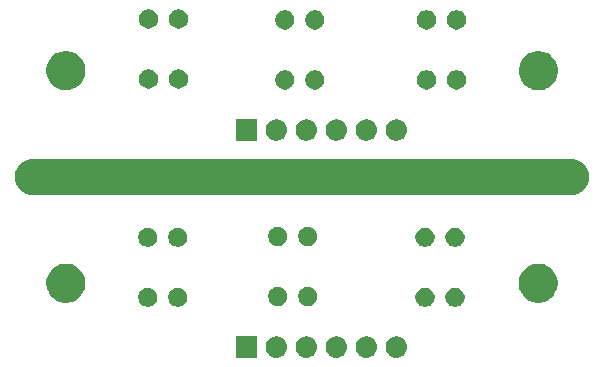
<source format=gbs>
G04 #@! TF.GenerationSoftware,KiCad,Pcbnew,(6.0.0-rc1-dev-1521-g81a0ab4d7)*
G04 #@! TF.CreationDate,2019-02-16T01:33:36+09:00
G04 #@! TF.ProjectId,Linesens_mini,4c696e65-7365-46e7-935f-6d696e692e6b,rev?*
G04 #@! TF.SameCoordinates,Original*
G04 #@! TF.FileFunction,Soldermask,Bot*
G04 #@! TF.FilePolarity,Negative*
%FSLAX46Y46*%
G04 Gerber Fmt 4.6, Leading zero omitted, Abs format (unit mm)*
G04 Created by KiCad (PCBNEW (6.0.0-rc1-dev-1521-g81a0ab4d7)) date 02/16/19 01:33:36*
%MOMM*%
%LPD*%
G04 APERTURE LIST*
%ADD10C,0.100000*%
G04 APERTURE END LIST*
D10*
G36*
X96085443Y-86505519D02*
G01*
X96151627Y-86512037D01*
X96264853Y-86546384D01*
X96321467Y-86563557D01*
X96460087Y-86637652D01*
X96477991Y-86647222D01*
X96513729Y-86676552D01*
X96615186Y-86759814D01*
X96698448Y-86861271D01*
X96727778Y-86897009D01*
X96727779Y-86897011D01*
X96811443Y-87053533D01*
X96811443Y-87053534D01*
X96862963Y-87223373D01*
X96880359Y-87400000D01*
X96862963Y-87576627D01*
X96828616Y-87689853D01*
X96811443Y-87746467D01*
X96737348Y-87885087D01*
X96727778Y-87902991D01*
X96698448Y-87938729D01*
X96615186Y-88040186D01*
X96513729Y-88123448D01*
X96477991Y-88152778D01*
X96477989Y-88152779D01*
X96321467Y-88236443D01*
X96264853Y-88253616D01*
X96151627Y-88287963D01*
X96085443Y-88294481D01*
X96019260Y-88301000D01*
X95930740Y-88301000D01*
X95864557Y-88294481D01*
X95798373Y-88287963D01*
X95685147Y-88253616D01*
X95628533Y-88236443D01*
X95472011Y-88152779D01*
X95472009Y-88152778D01*
X95436271Y-88123448D01*
X95334814Y-88040186D01*
X95251552Y-87938729D01*
X95222222Y-87902991D01*
X95212652Y-87885087D01*
X95138557Y-87746467D01*
X95121384Y-87689853D01*
X95087037Y-87576627D01*
X95069641Y-87400000D01*
X95087037Y-87223373D01*
X95138557Y-87053534D01*
X95138557Y-87053533D01*
X95222221Y-86897011D01*
X95222222Y-86897009D01*
X95251552Y-86861271D01*
X95334814Y-86759814D01*
X95436271Y-86676552D01*
X95472009Y-86647222D01*
X95489913Y-86637652D01*
X95628533Y-86563557D01*
X95685147Y-86546384D01*
X95798373Y-86512037D01*
X95864557Y-86505519D01*
X95930740Y-86499000D01*
X96019260Y-86499000D01*
X96085443Y-86505519D01*
X96085443Y-86505519D01*
G37*
G36*
X93545443Y-86505519D02*
G01*
X93611627Y-86512037D01*
X93724853Y-86546384D01*
X93781467Y-86563557D01*
X93920087Y-86637652D01*
X93937991Y-86647222D01*
X93973729Y-86676552D01*
X94075186Y-86759814D01*
X94158448Y-86861271D01*
X94187778Y-86897009D01*
X94187779Y-86897011D01*
X94271443Y-87053533D01*
X94271443Y-87053534D01*
X94322963Y-87223373D01*
X94340359Y-87400000D01*
X94322963Y-87576627D01*
X94288616Y-87689853D01*
X94271443Y-87746467D01*
X94197348Y-87885087D01*
X94187778Y-87902991D01*
X94158448Y-87938729D01*
X94075186Y-88040186D01*
X93973729Y-88123448D01*
X93937991Y-88152778D01*
X93937989Y-88152779D01*
X93781467Y-88236443D01*
X93724853Y-88253616D01*
X93611627Y-88287963D01*
X93545443Y-88294481D01*
X93479260Y-88301000D01*
X93390740Y-88301000D01*
X93324557Y-88294481D01*
X93258373Y-88287963D01*
X93145147Y-88253616D01*
X93088533Y-88236443D01*
X92932011Y-88152779D01*
X92932009Y-88152778D01*
X92896271Y-88123448D01*
X92794814Y-88040186D01*
X92711552Y-87938729D01*
X92682222Y-87902991D01*
X92672652Y-87885087D01*
X92598557Y-87746467D01*
X92581384Y-87689853D01*
X92547037Y-87576627D01*
X92529641Y-87400000D01*
X92547037Y-87223373D01*
X92598557Y-87053534D01*
X92598557Y-87053533D01*
X92682221Y-86897011D01*
X92682222Y-86897009D01*
X92711552Y-86861271D01*
X92794814Y-86759814D01*
X92896271Y-86676552D01*
X92932009Y-86647222D01*
X92949913Y-86637652D01*
X93088533Y-86563557D01*
X93145147Y-86546384D01*
X93258373Y-86512037D01*
X93324557Y-86505519D01*
X93390740Y-86499000D01*
X93479260Y-86499000D01*
X93545443Y-86505519D01*
X93545443Y-86505519D01*
G37*
G36*
X84176000Y-88301000D02*
G01*
X82374000Y-88301000D01*
X82374000Y-86499000D01*
X84176000Y-86499000D01*
X84176000Y-88301000D01*
X84176000Y-88301000D01*
G37*
G36*
X85925443Y-86505519D02*
G01*
X85991627Y-86512037D01*
X86104853Y-86546384D01*
X86161467Y-86563557D01*
X86300087Y-86637652D01*
X86317991Y-86647222D01*
X86353729Y-86676552D01*
X86455186Y-86759814D01*
X86538448Y-86861271D01*
X86567778Y-86897009D01*
X86567779Y-86897011D01*
X86651443Y-87053533D01*
X86651443Y-87053534D01*
X86702963Y-87223373D01*
X86720359Y-87400000D01*
X86702963Y-87576627D01*
X86668616Y-87689853D01*
X86651443Y-87746467D01*
X86577348Y-87885087D01*
X86567778Y-87902991D01*
X86538448Y-87938729D01*
X86455186Y-88040186D01*
X86353729Y-88123448D01*
X86317991Y-88152778D01*
X86317989Y-88152779D01*
X86161467Y-88236443D01*
X86104853Y-88253616D01*
X85991627Y-88287963D01*
X85925443Y-88294481D01*
X85859260Y-88301000D01*
X85770740Y-88301000D01*
X85704557Y-88294481D01*
X85638373Y-88287963D01*
X85525147Y-88253616D01*
X85468533Y-88236443D01*
X85312011Y-88152779D01*
X85312009Y-88152778D01*
X85276271Y-88123448D01*
X85174814Y-88040186D01*
X85091552Y-87938729D01*
X85062222Y-87902991D01*
X85052652Y-87885087D01*
X84978557Y-87746467D01*
X84961384Y-87689853D01*
X84927037Y-87576627D01*
X84909641Y-87400000D01*
X84927037Y-87223373D01*
X84978557Y-87053534D01*
X84978557Y-87053533D01*
X85062221Y-86897011D01*
X85062222Y-86897009D01*
X85091552Y-86861271D01*
X85174814Y-86759814D01*
X85276271Y-86676552D01*
X85312009Y-86647222D01*
X85329913Y-86637652D01*
X85468533Y-86563557D01*
X85525147Y-86546384D01*
X85638373Y-86512037D01*
X85704557Y-86505519D01*
X85770740Y-86499000D01*
X85859260Y-86499000D01*
X85925443Y-86505519D01*
X85925443Y-86505519D01*
G37*
G36*
X91005443Y-86505519D02*
G01*
X91071627Y-86512037D01*
X91184853Y-86546384D01*
X91241467Y-86563557D01*
X91380087Y-86637652D01*
X91397991Y-86647222D01*
X91433729Y-86676552D01*
X91535186Y-86759814D01*
X91618448Y-86861271D01*
X91647778Y-86897009D01*
X91647779Y-86897011D01*
X91731443Y-87053533D01*
X91731443Y-87053534D01*
X91782963Y-87223373D01*
X91800359Y-87400000D01*
X91782963Y-87576627D01*
X91748616Y-87689853D01*
X91731443Y-87746467D01*
X91657348Y-87885087D01*
X91647778Y-87902991D01*
X91618448Y-87938729D01*
X91535186Y-88040186D01*
X91433729Y-88123448D01*
X91397991Y-88152778D01*
X91397989Y-88152779D01*
X91241467Y-88236443D01*
X91184853Y-88253616D01*
X91071627Y-88287963D01*
X91005443Y-88294481D01*
X90939260Y-88301000D01*
X90850740Y-88301000D01*
X90784557Y-88294481D01*
X90718373Y-88287963D01*
X90605147Y-88253616D01*
X90548533Y-88236443D01*
X90392011Y-88152779D01*
X90392009Y-88152778D01*
X90356271Y-88123448D01*
X90254814Y-88040186D01*
X90171552Y-87938729D01*
X90142222Y-87902991D01*
X90132652Y-87885087D01*
X90058557Y-87746467D01*
X90041384Y-87689853D01*
X90007037Y-87576627D01*
X89989641Y-87400000D01*
X90007037Y-87223373D01*
X90058557Y-87053534D01*
X90058557Y-87053533D01*
X90142221Y-86897011D01*
X90142222Y-86897009D01*
X90171552Y-86861271D01*
X90254814Y-86759814D01*
X90356271Y-86676552D01*
X90392009Y-86647222D01*
X90409913Y-86637652D01*
X90548533Y-86563557D01*
X90605147Y-86546384D01*
X90718373Y-86512037D01*
X90784557Y-86505519D01*
X90850740Y-86499000D01*
X90939260Y-86499000D01*
X91005443Y-86505519D01*
X91005443Y-86505519D01*
G37*
G36*
X88465443Y-86505519D02*
G01*
X88531627Y-86512037D01*
X88644853Y-86546384D01*
X88701467Y-86563557D01*
X88840087Y-86637652D01*
X88857991Y-86647222D01*
X88893729Y-86676552D01*
X88995186Y-86759814D01*
X89078448Y-86861271D01*
X89107778Y-86897009D01*
X89107779Y-86897011D01*
X89191443Y-87053533D01*
X89191443Y-87053534D01*
X89242963Y-87223373D01*
X89260359Y-87400000D01*
X89242963Y-87576627D01*
X89208616Y-87689853D01*
X89191443Y-87746467D01*
X89117348Y-87885087D01*
X89107778Y-87902991D01*
X89078448Y-87938729D01*
X88995186Y-88040186D01*
X88893729Y-88123448D01*
X88857991Y-88152778D01*
X88857989Y-88152779D01*
X88701467Y-88236443D01*
X88644853Y-88253616D01*
X88531627Y-88287963D01*
X88465443Y-88294481D01*
X88399260Y-88301000D01*
X88310740Y-88301000D01*
X88244557Y-88294481D01*
X88178373Y-88287963D01*
X88065147Y-88253616D01*
X88008533Y-88236443D01*
X87852011Y-88152779D01*
X87852009Y-88152778D01*
X87816271Y-88123448D01*
X87714814Y-88040186D01*
X87631552Y-87938729D01*
X87602222Y-87902991D01*
X87592652Y-87885087D01*
X87518557Y-87746467D01*
X87501384Y-87689853D01*
X87467037Y-87576627D01*
X87449641Y-87400000D01*
X87467037Y-87223373D01*
X87518557Y-87053534D01*
X87518557Y-87053533D01*
X87602221Y-86897011D01*
X87602222Y-86897009D01*
X87631552Y-86861271D01*
X87714814Y-86759814D01*
X87816271Y-86676552D01*
X87852009Y-86647222D01*
X87869913Y-86637652D01*
X88008533Y-86563557D01*
X88065147Y-86546384D01*
X88178373Y-86512037D01*
X88244557Y-86505519D01*
X88310740Y-86499000D01*
X88399260Y-86499000D01*
X88465443Y-86505519D01*
X88465443Y-86505519D01*
G37*
G36*
X75181182Y-82401297D02*
G01*
X75329142Y-82462585D01*
X75462298Y-82551557D01*
X75575538Y-82664797D01*
X75664510Y-82797953D01*
X75725798Y-82945913D01*
X75757040Y-83102980D01*
X75757040Y-83263130D01*
X75725798Y-83420197D01*
X75678394Y-83534638D01*
X75664511Y-83568155D01*
X75575539Y-83701312D01*
X75462297Y-83814554D01*
X75448869Y-83823526D01*
X75329142Y-83903525D01*
X75181182Y-83964813D01*
X75024115Y-83996055D01*
X74863965Y-83996055D01*
X74706898Y-83964813D01*
X74558938Y-83903525D01*
X74439211Y-83823526D01*
X74425783Y-83814554D01*
X74312541Y-83701312D01*
X74223569Y-83568155D01*
X74209686Y-83534638D01*
X74162282Y-83420197D01*
X74131040Y-83263130D01*
X74131040Y-83102980D01*
X74162282Y-82945913D01*
X74223570Y-82797953D01*
X74312542Y-82664797D01*
X74425782Y-82551557D01*
X74558938Y-82462585D01*
X74706898Y-82401297D01*
X74863965Y-82370055D01*
X75024115Y-82370055D01*
X75181182Y-82401297D01*
X75181182Y-82401297D01*
G37*
G36*
X77721182Y-82401297D02*
G01*
X77869142Y-82462585D01*
X78002298Y-82551557D01*
X78115538Y-82664797D01*
X78204510Y-82797953D01*
X78265798Y-82945913D01*
X78297040Y-83102980D01*
X78297040Y-83263130D01*
X78265798Y-83420197D01*
X78218394Y-83534638D01*
X78204511Y-83568155D01*
X78115539Y-83701312D01*
X78002297Y-83814554D01*
X77988869Y-83823526D01*
X77869142Y-83903525D01*
X77721182Y-83964813D01*
X77564115Y-83996055D01*
X77403965Y-83996055D01*
X77246898Y-83964813D01*
X77098938Y-83903525D01*
X76979211Y-83823526D01*
X76965783Y-83814554D01*
X76852541Y-83701312D01*
X76763569Y-83568155D01*
X76749686Y-83534638D01*
X76702282Y-83420197D01*
X76671040Y-83263130D01*
X76671040Y-83102980D01*
X76702282Y-82945913D01*
X76763570Y-82797953D01*
X76852542Y-82664797D01*
X76965782Y-82551557D01*
X77098938Y-82462585D01*
X77246898Y-82401297D01*
X77403965Y-82370055D01*
X77564115Y-82370055D01*
X77721182Y-82401297D01*
X77721182Y-82401297D01*
G37*
G36*
X101181182Y-82401297D02*
G01*
X101329142Y-82462585D01*
X101462298Y-82551557D01*
X101575538Y-82664797D01*
X101664510Y-82797953D01*
X101725798Y-82945913D01*
X101757040Y-83102980D01*
X101757040Y-83263130D01*
X101725798Y-83420197D01*
X101678394Y-83534638D01*
X101664511Y-83568155D01*
X101575539Y-83701312D01*
X101462297Y-83814554D01*
X101448869Y-83823526D01*
X101329142Y-83903525D01*
X101181182Y-83964813D01*
X101024115Y-83996055D01*
X100863965Y-83996055D01*
X100706898Y-83964813D01*
X100558938Y-83903525D01*
X100439211Y-83823526D01*
X100425783Y-83814554D01*
X100312541Y-83701312D01*
X100223569Y-83568155D01*
X100209686Y-83534638D01*
X100162282Y-83420197D01*
X100131040Y-83263130D01*
X100131040Y-83102980D01*
X100162282Y-82945913D01*
X100223570Y-82797953D01*
X100312542Y-82664797D01*
X100425782Y-82551557D01*
X100558938Y-82462585D01*
X100706898Y-82401297D01*
X100863965Y-82370055D01*
X101024115Y-82370055D01*
X101181182Y-82401297D01*
X101181182Y-82401297D01*
G37*
G36*
X98641182Y-82401297D02*
G01*
X98789142Y-82462585D01*
X98922298Y-82551557D01*
X99035538Y-82664797D01*
X99124510Y-82797953D01*
X99185798Y-82945913D01*
X99217040Y-83102980D01*
X99217040Y-83263130D01*
X99185798Y-83420197D01*
X99138394Y-83534638D01*
X99124511Y-83568155D01*
X99035539Y-83701312D01*
X98922297Y-83814554D01*
X98908869Y-83823526D01*
X98789142Y-83903525D01*
X98641182Y-83964813D01*
X98484115Y-83996055D01*
X98323965Y-83996055D01*
X98166898Y-83964813D01*
X98018938Y-83903525D01*
X97899211Y-83823526D01*
X97885783Y-83814554D01*
X97772541Y-83701312D01*
X97683569Y-83568155D01*
X97669686Y-83534638D01*
X97622282Y-83420197D01*
X97591040Y-83263130D01*
X97591040Y-83102980D01*
X97622282Y-82945913D01*
X97683570Y-82797953D01*
X97772542Y-82664797D01*
X97885782Y-82551557D01*
X98018938Y-82462585D01*
X98166898Y-82401297D01*
X98323965Y-82370055D01*
X98484115Y-82370055D01*
X98641182Y-82401297D01*
X98641182Y-82401297D01*
G37*
G36*
X86181182Y-82321297D02*
G01*
X86329142Y-82382585D01*
X86357146Y-82401297D01*
X86448871Y-82462585D01*
X86462298Y-82471557D01*
X86575538Y-82584797D01*
X86664510Y-82717953D01*
X86725798Y-82865913D01*
X86757040Y-83022980D01*
X86757040Y-83183130D01*
X86725798Y-83340197D01*
X86664510Y-83488157D01*
X86575538Y-83621313D01*
X86462298Y-83734553D01*
X86329142Y-83823525D01*
X86181182Y-83884813D01*
X86024115Y-83916055D01*
X85863965Y-83916055D01*
X85706898Y-83884813D01*
X85558938Y-83823525D01*
X85425782Y-83734553D01*
X85312542Y-83621313D01*
X85223570Y-83488157D01*
X85162282Y-83340197D01*
X85131040Y-83183130D01*
X85131040Y-83022980D01*
X85162282Y-82865913D01*
X85223570Y-82717953D01*
X85312542Y-82584797D01*
X85425782Y-82471557D01*
X85439210Y-82462585D01*
X85530934Y-82401297D01*
X85558938Y-82382585D01*
X85706898Y-82321297D01*
X85863965Y-82290055D01*
X86024115Y-82290055D01*
X86181182Y-82321297D01*
X86181182Y-82321297D01*
G37*
G36*
X88721182Y-82321297D02*
G01*
X88869142Y-82382585D01*
X88897146Y-82401297D01*
X88988871Y-82462585D01*
X89002298Y-82471557D01*
X89115538Y-82584797D01*
X89204510Y-82717953D01*
X89265798Y-82865913D01*
X89297040Y-83022980D01*
X89297040Y-83183130D01*
X89265798Y-83340197D01*
X89204510Y-83488157D01*
X89115538Y-83621313D01*
X89002298Y-83734553D01*
X88869142Y-83823525D01*
X88721182Y-83884813D01*
X88564115Y-83916055D01*
X88403965Y-83916055D01*
X88246898Y-83884813D01*
X88098938Y-83823525D01*
X87965782Y-83734553D01*
X87852542Y-83621313D01*
X87763570Y-83488157D01*
X87702282Y-83340197D01*
X87671040Y-83183130D01*
X87671040Y-83022980D01*
X87702282Y-82865913D01*
X87763570Y-82717953D01*
X87852542Y-82584797D01*
X87965782Y-82471557D01*
X87979210Y-82462585D01*
X88070934Y-82401297D01*
X88098938Y-82382585D01*
X88246898Y-82321297D01*
X88403965Y-82290055D01*
X88564115Y-82290055D01*
X88721182Y-82321297D01*
X88721182Y-82321297D01*
G37*
G36*
X68375256Y-80391298D02*
G01*
X68481579Y-80412447D01*
X68782042Y-80536903D01*
X69048852Y-80715180D01*
X69052454Y-80717587D01*
X69282413Y-80947546D01*
X69463098Y-81217960D01*
X69587553Y-81518422D01*
X69651000Y-81837389D01*
X69651000Y-82162611D01*
X69619435Y-82321297D01*
X69587553Y-82481579D01*
X69463097Y-82782042D01*
X69302107Y-83022980D01*
X69282413Y-83052454D01*
X69052454Y-83282413D01*
X69052451Y-83282415D01*
X68782042Y-83463097D01*
X68481579Y-83587553D01*
X68375256Y-83608702D01*
X68162611Y-83651000D01*
X67837389Y-83651000D01*
X67624744Y-83608702D01*
X67518421Y-83587553D01*
X67217958Y-83463097D01*
X66947549Y-83282415D01*
X66947546Y-83282413D01*
X66717587Y-83052454D01*
X66697893Y-83022980D01*
X66536903Y-82782042D01*
X66412447Y-82481579D01*
X66380565Y-82321297D01*
X66349000Y-82162611D01*
X66349000Y-81837389D01*
X66412447Y-81518422D01*
X66536902Y-81217960D01*
X66717587Y-80947546D01*
X66947546Y-80717587D01*
X66951148Y-80715180D01*
X67217958Y-80536903D01*
X67518421Y-80412447D01*
X67624744Y-80391298D01*
X67837389Y-80349000D01*
X68162611Y-80349000D01*
X68375256Y-80391298D01*
X68375256Y-80391298D01*
G37*
G36*
X108365256Y-80391298D02*
G01*
X108471579Y-80412447D01*
X108772042Y-80536903D01*
X109038852Y-80715180D01*
X109042454Y-80717587D01*
X109272413Y-80947546D01*
X109453098Y-81217960D01*
X109577553Y-81518422D01*
X109641000Y-81837389D01*
X109641000Y-82162611D01*
X109609435Y-82321297D01*
X109577553Y-82481579D01*
X109453097Y-82782042D01*
X109292107Y-83022980D01*
X109272413Y-83052454D01*
X109042454Y-83282413D01*
X109042451Y-83282415D01*
X108772042Y-83463097D01*
X108471579Y-83587553D01*
X108365256Y-83608702D01*
X108152611Y-83651000D01*
X107827389Y-83651000D01*
X107614744Y-83608702D01*
X107508421Y-83587553D01*
X107207958Y-83463097D01*
X106937549Y-83282415D01*
X106937546Y-83282413D01*
X106707587Y-83052454D01*
X106687893Y-83022980D01*
X106526903Y-82782042D01*
X106402447Y-82481579D01*
X106370565Y-82321297D01*
X106339000Y-82162611D01*
X106339000Y-81837389D01*
X106402447Y-81518422D01*
X106526902Y-81217960D01*
X106707587Y-80947546D01*
X106937546Y-80717587D01*
X106941148Y-80715180D01*
X107207958Y-80536903D01*
X107508421Y-80412447D01*
X107614744Y-80391298D01*
X107827389Y-80349000D01*
X108152611Y-80349000D01*
X108365256Y-80391298D01*
X108365256Y-80391298D01*
G37*
G36*
X75181182Y-77321297D02*
G01*
X75329142Y-77382585D01*
X75462298Y-77471557D01*
X75575538Y-77584797D01*
X75664510Y-77717953D01*
X75725798Y-77865913D01*
X75757040Y-78022980D01*
X75757040Y-78183130D01*
X75725798Y-78340197D01*
X75678394Y-78454638D01*
X75664511Y-78488155D01*
X75575539Y-78621312D01*
X75462297Y-78734554D01*
X75448869Y-78743526D01*
X75329142Y-78823525D01*
X75181182Y-78884813D01*
X75024115Y-78916055D01*
X74863965Y-78916055D01*
X74706898Y-78884813D01*
X74558938Y-78823525D01*
X74439211Y-78743526D01*
X74425783Y-78734554D01*
X74312541Y-78621312D01*
X74223569Y-78488155D01*
X74209686Y-78454638D01*
X74162282Y-78340197D01*
X74131040Y-78183130D01*
X74131040Y-78022980D01*
X74162282Y-77865913D01*
X74223570Y-77717953D01*
X74312542Y-77584797D01*
X74425782Y-77471557D01*
X74558938Y-77382585D01*
X74706898Y-77321297D01*
X74863965Y-77290055D01*
X75024115Y-77290055D01*
X75181182Y-77321297D01*
X75181182Y-77321297D01*
G37*
G36*
X77721182Y-77321297D02*
G01*
X77869142Y-77382585D01*
X78002298Y-77471557D01*
X78115538Y-77584797D01*
X78204510Y-77717953D01*
X78265798Y-77865913D01*
X78297040Y-78022980D01*
X78297040Y-78183130D01*
X78265798Y-78340197D01*
X78218394Y-78454638D01*
X78204511Y-78488155D01*
X78115539Y-78621312D01*
X78002297Y-78734554D01*
X77988869Y-78743526D01*
X77869142Y-78823525D01*
X77721182Y-78884813D01*
X77564115Y-78916055D01*
X77403965Y-78916055D01*
X77246898Y-78884813D01*
X77098938Y-78823525D01*
X76979211Y-78743526D01*
X76965783Y-78734554D01*
X76852541Y-78621312D01*
X76763569Y-78488155D01*
X76749686Y-78454638D01*
X76702282Y-78340197D01*
X76671040Y-78183130D01*
X76671040Y-78022980D01*
X76702282Y-77865913D01*
X76763570Y-77717953D01*
X76852542Y-77584797D01*
X76965782Y-77471557D01*
X77098938Y-77382585D01*
X77246898Y-77321297D01*
X77403965Y-77290055D01*
X77564115Y-77290055D01*
X77721182Y-77321297D01*
X77721182Y-77321297D01*
G37*
G36*
X98641182Y-77321297D02*
G01*
X98789142Y-77382585D01*
X98922298Y-77471557D01*
X99035538Y-77584797D01*
X99124510Y-77717953D01*
X99185798Y-77865913D01*
X99217040Y-78022980D01*
X99217040Y-78183130D01*
X99185798Y-78340197D01*
X99138394Y-78454638D01*
X99124511Y-78488155D01*
X99035539Y-78621312D01*
X98922297Y-78734554D01*
X98908869Y-78743526D01*
X98789142Y-78823525D01*
X98641182Y-78884813D01*
X98484115Y-78916055D01*
X98323965Y-78916055D01*
X98166898Y-78884813D01*
X98018938Y-78823525D01*
X97899211Y-78743526D01*
X97885783Y-78734554D01*
X97772541Y-78621312D01*
X97683569Y-78488155D01*
X97669686Y-78454638D01*
X97622282Y-78340197D01*
X97591040Y-78183130D01*
X97591040Y-78022980D01*
X97622282Y-77865913D01*
X97683570Y-77717953D01*
X97772542Y-77584797D01*
X97885782Y-77471557D01*
X98018938Y-77382585D01*
X98166898Y-77321297D01*
X98323965Y-77290055D01*
X98484115Y-77290055D01*
X98641182Y-77321297D01*
X98641182Y-77321297D01*
G37*
G36*
X101181182Y-77321297D02*
G01*
X101329142Y-77382585D01*
X101462298Y-77471557D01*
X101575538Y-77584797D01*
X101664510Y-77717953D01*
X101725798Y-77865913D01*
X101757040Y-78022980D01*
X101757040Y-78183130D01*
X101725798Y-78340197D01*
X101678394Y-78454638D01*
X101664511Y-78488155D01*
X101575539Y-78621312D01*
X101462297Y-78734554D01*
X101448869Y-78743526D01*
X101329142Y-78823525D01*
X101181182Y-78884813D01*
X101024115Y-78916055D01*
X100863965Y-78916055D01*
X100706898Y-78884813D01*
X100558938Y-78823525D01*
X100439211Y-78743526D01*
X100425783Y-78734554D01*
X100312541Y-78621312D01*
X100223569Y-78488155D01*
X100209686Y-78454638D01*
X100162282Y-78340197D01*
X100131040Y-78183130D01*
X100131040Y-78022980D01*
X100162282Y-77865913D01*
X100223570Y-77717953D01*
X100312542Y-77584797D01*
X100425782Y-77471557D01*
X100558938Y-77382585D01*
X100706898Y-77321297D01*
X100863965Y-77290055D01*
X101024115Y-77290055D01*
X101181182Y-77321297D01*
X101181182Y-77321297D01*
G37*
G36*
X86181182Y-77241297D02*
G01*
X86329142Y-77302585D01*
X86357146Y-77321297D01*
X86448871Y-77382585D01*
X86462298Y-77391557D01*
X86575538Y-77504797D01*
X86664510Y-77637953D01*
X86725798Y-77785913D01*
X86757040Y-77942980D01*
X86757040Y-78103130D01*
X86725798Y-78260197D01*
X86664510Y-78408157D01*
X86575538Y-78541313D01*
X86462298Y-78654553D01*
X86329142Y-78743525D01*
X86181182Y-78804813D01*
X86024115Y-78836055D01*
X85863965Y-78836055D01*
X85706898Y-78804813D01*
X85558938Y-78743525D01*
X85425782Y-78654553D01*
X85312542Y-78541313D01*
X85223570Y-78408157D01*
X85162282Y-78260197D01*
X85131040Y-78103130D01*
X85131040Y-77942980D01*
X85162282Y-77785913D01*
X85223570Y-77637953D01*
X85312542Y-77504797D01*
X85425782Y-77391557D01*
X85439210Y-77382585D01*
X85530934Y-77321297D01*
X85558938Y-77302585D01*
X85706898Y-77241297D01*
X85863965Y-77210055D01*
X86024115Y-77210055D01*
X86181182Y-77241297D01*
X86181182Y-77241297D01*
G37*
G36*
X88721182Y-77241297D02*
G01*
X88869142Y-77302585D01*
X88897146Y-77321297D01*
X88988871Y-77382585D01*
X89002298Y-77391557D01*
X89115538Y-77504797D01*
X89204510Y-77637953D01*
X89265798Y-77785913D01*
X89297040Y-77942980D01*
X89297040Y-78103130D01*
X89265798Y-78260197D01*
X89204510Y-78408157D01*
X89115538Y-78541313D01*
X89002298Y-78654553D01*
X88869142Y-78743525D01*
X88721182Y-78804813D01*
X88564115Y-78836055D01*
X88403965Y-78836055D01*
X88246898Y-78804813D01*
X88098938Y-78743525D01*
X87965782Y-78654553D01*
X87852542Y-78541313D01*
X87763570Y-78408157D01*
X87702282Y-78260197D01*
X87671040Y-78103130D01*
X87671040Y-77942980D01*
X87702282Y-77785913D01*
X87763570Y-77637953D01*
X87852542Y-77504797D01*
X87965782Y-77391557D01*
X87979210Y-77382585D01*
X88070934Y-77321297D01*
X88098938Y-77302585D01*
X88246898Y-77241297D01*
X88403965Y-77210055D01*
X88564115Y-77210055D01*
X88721182Y-77241297D01*
X88721182Y-77241297D01*
G37*
G36*
X110902143Y-71456481D02*
G01*
X111054049Y-71471442D01*
X111248959Y-71530567D01*
X111346415Y-71560130D01*
X111444690Y-71612660D01*
X111615858Y-71704151D01*
X111852029Y-71897971D01*
X112045849Y-72134142D01*
X112137340Y-72305310D01*
X112189870Y-72403585D01*
X112189870Y-72403586D01*
X112278558Y-72695951D01*
X112308504Y-73000000D01*
X112278558Y-73304049D01*
X112219433Y-73498959D01*
X112189870Y-73596415D01*
X112137340Y-73694690D01*
X112045849Y-73865858D01*
X111852029Y-74102029D01*
X111615858Y-74295849D01*
X111444690Y-74387340D01*
X111346415Y-74439870D01*
X111248959Y-74469433D01*
X111054049Y-74528558D01*
X110902143Y-74543519D01*
X110826191Y-74551000D01*
X65173809Y-74551000D01*
X65097857Y-74543519D01*
X64945951Y-74528558D01*
X64751041Y-74469433D01*
X64653585Y-74439870D01*
X64555310Y-74387340D01*
X64384142Y-74295849D01*
X64147971Y-74102029D01*
X63954151Y-73865858D01*
X63862660Y-73694690D01*
X63810130Y-73596415D01*
X63780567Y-73498959D01*
X63721442Y-73304049D01*
X63691496Y-73000000D01*
X63721442Y-72695951D01*
X63810130Y-72403586D01*
X63810130Y-72403585D01*
X63862660Y-72305310D01*
X63954151Y-72134142D01*
X64147971Y-71897971D01*
X64384142Y-71704151D01*
X64555310Y-71612660D01*
X64653585Y-71560130D01*
X64751041Y-71530567D01*
X64945951Y-71471442D01*
X65097857Y-71456481D01*
X65173809Y-71449000D01*
X110826191Y-71449000D01*
X110902143Y-71456481D01*
X110902143Y-71456481D01*
G37*
G36*
X91005442Y-68130518D02*
G01*
X91071627Y-68137037D01*
X91184853Y-68171384D01*
X91241467Y-68188557D01*
X91380087Y-68262652D01*
X91397991Y-68272222D01*
X91433729Y-68301552D01*
X91535186Y-68384814D01*
X91618448Y-68486271D01*
X91647778Y-68522009D01*
X91647779Y-68522011D01*
X91731443Y-68678533D01*
X91731443Y-68678534D01*
X91782963Y-68848373D01*
X91800359Y-69025000D01*
X91782963Y-69201627D01*
X91748616Y-69314853D01*
X91731443Y-69371467D01*
X91657348Y-69510087D01*
X91647778Y-69527991D01*
X91618448Y-69563729D01*
X91535186Y-69665186D01*
X91433729Y-69748448D01*
X91397991Y-69777778D01*
X91397989Y-69777779D01*
X91241467Y-69861443D01*
X91184853Y-69878616D01*
X91071627Y-69912963D01*
X91005442Y-69919482D01*
X90939260Y-69926000D01*
X90850740Y-69926000D01*
X90784558Y-69919482D01*
X90718373Y-69912963D01*
X90605147Y-69878616D01*
X90548533Y-69861443D01*
X90392011Y-69777779D01*
X90392009Y-69777778D01*
X90356271Y-69748448D01*
X90254814Y-69665186D01*
X90171552Y-69563729D01*
X90142222Y-69527991D01*
X90132652Y-69510087D01*
X90058557Y-69371467D01*
X90041384Y-69314853D01*
X90007037Y-69201627D01*
X89989641Y-69025000D01*
X90007037Y-68848373D01*
X90058557Y-68678534D01*
X90058557Y-68678533D01*
X90142221Y-68522011D01*
X90142222Y-68522009D01*
X90171552Y-68486271D01*
X90254814Y-68384814D01*
X90356271Y-68301552D01*
X90392009Y-68272222D01*
X90409913Y-68262652D01*
X90548533Y-68188557D01*
X90605147Y-68171384D01*
X90718373Y-68137037D01*
X90784558Y-68130518D01*
X90850740Y-68124000D01*
X90939260Y-68124000D01*
X91005442Y-68130518D01*
X91005442Y-68130518D01*
G37*
G36*
X88465442Y-68130518D02*
G01*
X88531627Y-68137037D01*
X88644853Y-68171384D01*
X88701467Y-68188557D01*
X88840087Y-68262652D01*
X88857991Y-68272222D01*
X88893729Y-68301552D01*
X88995186Y-68384814D01*
X89078448Y-68486271D01*
X89107778Y-68522009D01*
X89107779Y-68522011D01*
X89191443Y-68678533D01*
X89191443Y-68678534D01*
X89242963Y-68848373D01*
X89260359Y-69025000D01*
X89242963Y-69201627D01*
X89208616Y-69314853D01*
X89191443Y-69371467D01*
X89117348Y-69510087D01*
X89107778Y-69527991D01*
X89078448Y-69563729D01*
X88995186Y-69665186D01*
X88893729Y-69748448D01*
X88857991Y-69777778D01*
X88857989Y-69777779D01*
X88701467Y-69861443D01*
X88644853Y-69878616D01*
X88531627Y-69912963D01*
X88465442Y-69919482D01*
X88399260Y-69926000D01*
X88310740Y-69926000D01*
X88244558Y-69919482D01*
X88178373Y-69912963D01*
X88065147Y-69878616D01*
X88008533Y-69861443D01*
X87852011Y-69777779D01*
X87852009Y-69777778D01*
X87816271Y-69748448D01*
X87714814Y-69665186D01*
X87631552Y-69563729D01*
X87602222Y-69527991D01*
X87592652Y-69510087D01*
X87518557Y-69371467D01*
X87501384Y-69314853D01*
X87467037Y-69201627D01*
X87449641Y-69025000D01*
X87467037Y-68848373D01*
X87518557Y-68678534D01*
X87518557Y-68678533D01*
X87602221Y-68522011D01*
X87602222Y-68522009D01*
X87631552Y-68486271D01*
X87714814Y-68384814D01*
X87816271Y-68301552D01*
X87852009Y-68272222D01*
X87869913Y-68262652D01*
X88008533Y-68188557D01*
X88065147Y-68171384D01*
X88178373Y-68137037D01*
X88244558Y-68130518D01*
X88310740Y-68124000D01*
X88399260Y-68124000D01*
X88465442Y-68130518D01*
X88465442Y-68130518D01*
G37*
G36*
X85925442Y-68130518D02*
G01*
X85991627Y-68137037D01*
X86104853Y-68171384D01*
X86161467Y-68188557D01*
X86300087Y-68262652D01*
X86317991Y-68272222D01*
X86353729Y-68301552D01*
X86455186Y-68384814D01*
X86538448Y-68486271D01*
X86567778Y-68522009D01*
X86567779Y-68522011D01*
X86651443Y-68678533D01*
X86651443Y-68678534D01*
X86702963Y-68848373D01*
X86720359Y-69025000D01*
X86702963Y-69201627D01*
X86668616Y-69314853D01*
X86651443Y-69371467D01*
X86577348Y-69510087D01*
X86567778Y-69527991D01*
X86538448Y-69563729D01*
X86455186Y-69665186D01*
X86353729Y-69748448D01*
X86317991Y-69777778D01*
X86317989Y-69777779D01*
X86161467Y-69861443D01*
X86104853Y-69878616D01*
X85991627Y-69912963D01*
X85925442Y-69919482D01*
X85859260Y-69926000D01*
X85770740Y-69926000D01*
X85704558Y-69919482D01*
X85638373Y-69912963D01*
X85525147Y-69878616D01*
X85468533Y-69861443D01*
X85312011Y-69777779D01*
X85312009Y-69777778D01*
X85276271Y-69748448D01*
X85174814Y-69665186D01*
X85091552Y-69563729D01*
X85062222Y-69527991D01*
X85052652Y-69510087D01*
X84978557Y-69371467D01*
X84961384Y-69314853D01*
X84927037Y-69201627D01*
X84909641Y-69025000D01*
X84927037Y-68848373D01*
X84978557Y-68678534D01*
X84978557Y-68678533D01*
X85062221Y-68522011D01*
X85062222Y-68522009D01*
X85091552Y-68486271D01*
X85174814Y-68384814D01*
X85276271Y-68301552D01*
X85312009Y-68272222D01*
X85329913Y-68262652D01*
X85468533Y-68188557D01*
X85525147Y-68171384D01*
X85638373Y-68137037D01*
X85704558Y-68130518D01*
X85770740Y-68124000D01*
X85859260Y-68124000D01*
X85925442Y-68130518D01*
X85925442Y-68130518D01*
G37*
G36*
X84176000Y-69926000D02*
G01*
X82374000Y-69926000D01*
X82374000Y-68124000D01*
X84176000Y-68124000D01*
X84176000Y-69926000D01*
X84176000Y-69926000D01*
G37*
G36*
X93545442Y-68130518D02*
G01*
X93611627Y-68137037D01*
X93724853Y-68171384D01*
X93781467Y-68188557D01*
X93920087Y-68262652D01*
X93937991Y-68272222D01*
X93973729Y-68301552D01*
X94075186Y-68384814D01*
X94158448Y-68486271D01*
X94187778Y-68522009D01*
X94187779Y-68522011D01*
X94271443Y-68678533D01*
X94271443Y-68678534D01*
X94322963Y-68848373D01*
X94340359Y-69025000D01*
X94322963Y-69201627D01*
X94288616Y-69314853D01*
X94271443Y-69371467D01*
X94197348Y-69510087D01*
X94187778Y-69527991D01*
X94158448Y-69563729D01*
X94075186Y-69665186D01*
X93973729Y-69748448D01*
X93937991Y-69777778D01*
X93937989Y-69777779D01*
X93781467Y-69861443D01*
X93724853Y-69878616D01*
X93611627Y-69912963D01*
X93545442Y-69919482D01*
X93479260Y-69926000D01*
X93390740Y-69926000D01*
X93324558Y-69919482D01*
X93258373Y-69912963D01*
X93145147Y-69878616D01*
X93088533Y-69861443D01*
X92932011Y-69777779D01*
X92932009Y-69777778D01*
X92896271Y-69748448D01*
X92794814Y-69665186D01*
X92711552Y-69563729D01*
X92682222Y-69527991D01*
X92672652Y-69510087D01*
X92598557Y-69371467D01*
X92581384Y-69314853D01*
X92547037Y-69201627D01*
X92529641Y-69025000D01*
X92547037Y-68848373D01*
X92598557Y-68678534D01*
X92598557Y-68678533D01*
X92682221Y-68522011D01*
X92682222Y-68522009D01*
X92711552Y-68486271D01*
X92794814Y-68384814D01*
X92896271Y-68301552D01*
X92932009Y-68272222D01*
X92949913Y-68262652D01*
X93088533Y-68188557D01*
X93145147Y-68171384D01*
X93258373Y-68137037D01*
X93324558Y-68130518D01*
X93390740Y-68124000D01*
X93479260Y-68124000D01*
X93545442Y-68130518D01*
X93545442Y-68130518D01*
G37*
G36*
X96085442Y-68130518D02*
G01*
X96151627Y-68137037D01*
X96264853Y-68171384D01*
X96321467Y-68188557D01*
X96460087Y-68262652D01*
X96477991Y-68272222D01*
X96513729Y-68301552D01*
X96615186Y-68384814D01*
X96698448Y-68486271D01*
X96727778Y-68522009D01*
X96727779Y-68522011D01*
X96811443Y-68678533D01*
X96811443Y-68678534D01*
X96862963Y-68848373D01*
X96880359Y-69025000D01*
X96862963Y-69201627D01*
X96828616Y-69314853D01*
X96811443Y-69371467D01*
X96737348Y-69510087D01*
X96727778Y-69527991D01*
X96698448Y-69563729D01*
X96615186Y-69665186D01*
X96513729Y-69748448D01*
X96477991Y-69777778D01*
X96477989Y-69777779D01*
X96321467Y-69861443D01*
X96264853Y-69878616D01*
X96151627Y-69912963D01*
X96085442Y-69919482D01*
X96019260Y-69926000D01*
X95930740Y-69926000D01*
X95864558Y-69919482D01*
X95798373Y-69912963D01*
X95685147Y-69878616D01*
X95628533Y-69861443D01*
X95472011Y-69777779D01*
X95472009Y-69777778D01*
X95436271Y-69748448D01*
X95334814Y-69665186D01*
X95251552Y-69563729D01*
X95222222Y-69527991D01*
X95212652Y-69510087D01*
X95138557Y-69371467D01*
X95121384Y-69314853D01*
X95087037Y-69201627D01*
X95069641Y-69025000D01*
X95087037Y-68848373D01*
X95138557Y-68678534D01*
X95138557Y-68678533D01*
X95222221Y-68522011D01*
X95222222Y-68522009D01*
X95251552Y-68486271D01*
X95334814Y-68384814D01*
X95436271Y-68301552D01*
X95472009Y-68272222D01*
X95489913Y-68262652D01*
X95628533Y-68188557D01*
X95685147Y-68171384D01*
X95798373Y-68137037D01*
X95864558Y-68130518D01*
X95930740Y-68124000D01*
X96019260Y-68124000D01*
X96085442Y-68130518D01*
X96085442Y-68130518D01*
G37*
G36*
X108375256Y-62401298D02*
G01*
X108481579Y-62422447D01*
X108694037Y-62510450D01*
X108757898Y-62536902D01*
X108782042Y-62546903D01*
X109037485Y-62717585D01*
X109052454Y-62727587D01*
X109282413Y-62957546D01*
X109282415Y-62957549D01*
X109463097Y-63227958D01*
X109583411Y-63518421D01*
X109587553Y-63528422D01*
X109651000Y-63847389D01*
X109651000Y-64172611D01*
X109621816Y-64319326D01*
X109587553Y-64491579D01*
X109463097Y-64792042D01*
X109414680Y-64864503D01*
X109282413Y-65062454D01*
X109052454Y-65292413D01*
X109052451Y-65292415D01*
X108782042Y-65473097D01*
X108782041Y-65473098D01*
X108782040Y-65473098D01*
X108705268Y-65504898D01*
X108481579Y-65597553D01*
X108375256Y-65618702D01*
X108162611Y-65661000D01*
X107837389Y-65661000D01*
X107624744Y-65618702D01*
X107518421Y-65597553D01*
X107294732Y-65504898D01*
X107217960Y-65473098D01*
X107217959Y-65473098D01*
X107217958Y-65473097D01*
X106947549Y-65292415D01*
X106947546Y-65292413D01*
X106717587Y-65062454D01*
X106585320Y-64864503D01*
X106536903Y-64792042D01*
X106412447Y-64491579D01*
X106378184Y-64319326D01*
X106349000Y-64172611D01*
X106349000Y-63847389D01*
X106412447Y-63528422D01*
X106416590Y-63518421D01*
X106536903Y-63227958D01*
X106717585Y-62957549D01*
X106717587Y-62957546D01*
X106947546Y-62727587D01*
X106962515Y-62717585D01*
X107217958Y-62546903D01*
X107242103Y-62536902D01*
X107305963Y-62510450D01*
X107518421Y-62422447D01*
X107624744Y-62401298D01*
X107837389Y-62359000D01*
X108162611Y-62359000D01*
X108375256Y-62401298D01*
X108375256Y-62401298D01*
G37*
G36*
X68375256Y-62391298D02*
G01*
X68481579Y-62412447D01*
X68782042Y-62536903D01*
X68797008Y-62546903D01*
X69052454Y-62717587D01*
X69282413Y-62947546D01*
X69463098Y-63217960D01*
X69587553Y-63518422D01*
X69651000Y-63837389D01*
X69651000Y-64162611D01*
X69630400Y-64266171D01*
X69587553Y-64481579D01*
X69463097Y-64782042D01*
X69356503Y-64941571D01*
X69282413Y-65052454D01*
X69052454Y-65282413D01*
X69052451Y-65282415D01*
X68782042Y-65463097D01*
X68782041Y-65463098D01*
X68782040Y-65463098D01*
X68726303Y-65486185D01*
X68481579Y-65587553D01*
X68375256Y-65608702D01*
X68162611Y-65651000D01*
X67837389Y-65651000D01*
X67624744Y-65608702D01*
X67518421Y-65587553D01*
X67273697Y-65486185D01*
X67217960Y-65463098D01*
X67217959Y-65463098D01*
X67217958Y-65463097D01*
X66947549Y-65282415D01*
X66947546Y-65282413D01*
X66717587Y-65052454D01*
X66643497Y-64941571D01*
X66536903Y-64782042D01*
X66412447Y-64481579D01*
X66369600Y-64266171D01*
X66349000Y-64162611D01*
X66349000Y-63837389D01*
X66412447Y-63518422D01*
X66536902Y-63217960D01*
X66717587Y-62947546D01*
X66947546Y-62717587D01*
X67202992Y-62546903D01*
X67217958Y-62536903D01*
X67518421Y-62412447D01*
X67624744Y-62391298D01*
X67837389Y-62349000D01*
X68162611Y-62349000D01*
X68375256Y-62391298D01*
X68375256Y-62391298D01*
G37*
G36*
X98769863Y-64002670D02*
G01*
X98917823Y-64063958D01*
X99050979Y-64152930D01*
X99164219Y-64266170D01*
X99253191Y-64399326D01*
X99314479Y-64547286D01*
X99345721Y-64704353D01*
X99345721Y-64864503D01*
X99314479Y-65021570D01*
X99267075Y-65136011D01*
X99253192Y-65169528D01*
X99164220Y-65302685D01*
X99050978Y-65415927D01*
X99037550Y-65424899D01*
X98917823Y-65504898D01*
X98769863Y-65566186D01*
X98612796Y-65597428D01*
X98452646Y-65597428D01*
X98295579Y-65566186D01*
X98147619Y-65504898D01*
X98027892Y-65424899D01*
X98014464Y-65415927D01*
X97901222Y-65302685D01*
X97812250Y-65169528D01*
X97798367Y-65136011D01*
X97750963Y-65021570D01*
X97719721Y-64864503D01*
X97719721Y-64704353D01*
X97750963Y-64547286D01*
X97812251Y-64399326D01*
X97901223Y-64266170D01*
X98014463Y-64152930D01*
X98147619Y-64063958D01*
X98295579Y-64002670D01*
X98452646Y-63971428D01*
X98612796Y-63971428D01*
X98769863Y-64002670D01*
X98769863Y-64002670D01*
G37*
G36*
X86769863Y-64002670D02*
G01*
X86917823Y-64063958D01*
X87050979Y-64152930D01*
X87164219Y-64266170D01*
X87253191Y-64399326D01*
X87314479Y-64547286D01*
X87345721Y-64704353D01*
X87345721Y-64864503D01*
X87314479Y-65021570D01*
X87267075Y-65136011D01*
X87253192Y-65169528D01*
X87164220Y-65302685D01*
X87050978Y-65415927D01*
X87037550Y-65424899D01*
X86917823Y-65504898D01*
X86769863Y-65566186D01*
X86612796Y-65597428D01*
X86452646Y-65597428D01*
X86295579Y-65566186D01*
X86147619Y-65504898D01*
X86027892Y-65424899D01*
X86014464Y-65415927D01*
X85901222Y-65302685D01*
X85812250Y-65169528D01*
X85798367Y-65136011D01*
X85750963Y-65021570D01*
X85719721Y-64864503D01*
X85719721Y-64704353D01*
X85750963Y-64547286D01*
X85812251Y-64399326D01*
X85901223Y-64266170D01*
X86014463Y-64152930D01*
X86147619Y-64063958D01*
X86295579Y-64002670D01*
X86452646Y-63971428D01*
X86612796Y-63971428D01*
X86769863Y-64002670D01*
X86769863Y-64002670D01*
G37*
G36*
X101309863Y-64002670D02*
G01*
X101457823Y-64063958D01*
X101590979Y-64152930D01*
X101704219Y-64266170D01*
X101793191Y-64399326D01*
X101854479Y-64547286D01*
X101885721Y-64704353D01*
X101885721Y-64864503D01*
X101854479Y-65021570D01*
X101807075Y-65136011D01*
X101793192Y-65169528D01*
X101704220Y-65302685D01*
X101590978Y-65415927D01*
X101577550Y-65424899D01*
X101457823Y-65504898D01*
X101309863Y-65566186D01*
X101152796Y-65597428D01*
X100992646Y-65597428D01*
X100835579Y-65566186D01*
X100687619Y-65504898D01*
X100567892Y-65424899D01*
X100554464Y-65415927D01*
X100441222Y-65302685D01*
X100352250Y-65169528D01*
X100338367Y-65136011D01*
X100290963Y-65021570D01*
X100259721Y-64864503D01*
X100259721Y-64704353D01*
X100290963Y-64547286D01*
X100352251Y-64399326D01*
X100441223Y-64266170D01*
X100554463Y-64152930D01*
X100687619Y-64063958D01*
X100835579Y-64002670D01*
X100992646Y-63971428D01*
X101152796Y-63971428D01*
X101309863Y-64002670D01*
X101309863Y-64002670D01*
G37*
G36*
X89309863Y-64002670D02*
G01*
X89457823Y-64063958D01*
X89590979Y-64152930D01*
X89704219Y-64266170D01*
X89793191Y-64399326D01*
X89854479Y-64547286D01*
X89885721Y-64704353D01*
X89885721Y-64864503D01*
X89854479Y-65021570D01*
X89807075Y-65136011D01*
X89793192Y-65169528D01*
X89704220Y-65302685D01*
X89590978Y-65415927D01*
X89577550Y-65424899D01*
X89457823Y-65504898D01*
X89309863Y-65566186D01*
X89152796Y-65597428D01*
X88992646Y-65597428D01*
X88835579Y-65566186D01*
X88687619Y-65504898D01*
X88567892Y-65424899D01*
X88554464Y-65415927D01*
X88441222Y-65302685D01*
X88352250Y-65169528D01*
X88338367Y-65136011D01*
X88290963Y-65021570D01*
X88259721Y-64864503D01*
X88259721Y-64704353D01*
X88290963Y-64547286D01*
X88352251Y-64399326D01*
X88441223Y-64266170D01*
X88554463Y-64152930D01*
X88687619Y-64063958D01*
X88835579Y-64002670D01*
X88992646Y-63971428D01*
X89152796Y-63971428D01*
X89309863Y-64002670D01*
X89309863Y-64002670D01*
G37*
G36*
X75229863Y-63922670D02*
G01*
X75377823Y-63983958D01*
X75405827Y-64002670D01*
X75497552Y-64063958D01*
X75510979Y-64072930D01*
X75624219Y-64186170D01*
X75713191Y-64319326D01*
X75774479Y-64467286D01*
X75805721Y-64624353D01*
X75805721Y-64784503D01*
X75774479Y-64941570D01*
X75713191Y-65089530D01*
X75624219Y-65222686D01*
X75510979Y-65335926D01*
X75377823Y-65424898D01*
X75229863Y-65486186D01*
X75072796Y-65517428D01*
X74912646Y-65517428D01*
X74755579Y-65486186D01*
X74607619Y-65424898D01*
X74474463Y-65335926D01*
X74361223Y-65222686D01*
X74272251Y-65089530D01*
X74210963Y-64941570D01*
X74179721Y-64784503D01*
X74179721Y-64624353D01*
X74210963Y-64467286D01*
X74272251Y-64319326D01*
X74361223Y-64186170D01*
X74474463Y-64072930D01*
X74487891Y-64063958D01*
X74579615Y-64002670D01*
X74607619Y-63983958D01*
X74755579Y-63922670D01*
X74912646Y-63891428D01*
X75072796Y-63891428D01*
X75229863Y-63922670D01*
X75229863Y-63922670D01*
G37*
G36*
X77769863Y-63922670D02*
G01*
X77917823Y-63983958D01*
X77945827Y-64002670D01*
X78037552Y-64063958D01*
X78050979Y-64072930D01*
X78164219Y-64186170D01*
X78253191Y-64319326D01*
X78314479Y-64467286D01*
X78345721Y-64624353D01*
X78345721Y-64784503D01*
X78314479Y-64941570D01*
X78253191Y-65089530D01*
X78164219Y-65222686D01*
X78050979Y-65335926D01*
X77917823Y-65424898D01*
X77769863Y-65486186D01*
X77612796Y-65517428D01*
X77452646Y-65517428D01*
X77295579Y-65486186D01*
X77147619Y-65424898D01*
X77014463Y-65335926D01*
X76901223Y-65222686D01*
X76812251Y-65089530D01*
X76750963Y-64941570D01*
X76719721Y-64784503D01*
X76719721Y-64624353D01*
X76750963Y-64467286D01*
X76812251Y-64319326D01*
X76901223Y-64186170D01*
X77014463Y-64072930D01*
X77027891Y-64063958D01*
X77119615Y-64002670D01*
X77147619Y-63983958D01*
X77295579Y-63922670D01*
X77452646Y-63891428D01*
X77612796Y-63891428D01*
X77769863Y-63922670D01*
X77769863Y-63922670D01*
G37*
G36*
X98769863Y-58922670D02*
G01*
X98917823Y-58983958D01*
X99050979Y-59072930D01*
X99164219Y-59186170D01*
X99253191Y-59319326D01*
X99314479Y-59467286D01*
X99345721Y-59624353D01*
X99345721Y-59784503D01*
X99314479Y-59941570D01*
X99267075Y-60056011D01*
X99253192Y-60089528D01*
X99164220Y-60222685D01*
X99050978Y-60335927D01*
X99037550Y-60344899D01*
X98917823Y-60424898D01*
X98769863Y-60486186D01*
X98612796Y-60517428D01*
X98452646Y-60517428D01*
X98295579Y-60486186D01*
X98147619Y-60424898D01*
X98027892Y-60344899D01*
X98014464Y-60335927D01*
X97901222Y-60222685D01*
X97812250Y-60089528D01*
X97798367Y-60056011D01*
X97750963Y-59941570D01*
X97719721Y-59784503D01*
X97719721Y-59624353D01*
X97750963Y-59467286D01*
X97812251Y-59319326D01*
X97901223Y-59186170D01*
X98014463Y-59072930D01*
X98147619Y-58983958D01*
X98295579Y-58922670D01*
X98452646Y-58891428D01*
X98612796Y-58891428D01*
X98769863Y-58922670D01*
X98769863Y-58922670D01*
G37*
G36*
X86769863Y-58922670D02*
G01*
X86917823Y-58983958D01*
X87050979Y-59072930D01*
X87164219Y-59186170D01*
X87253191Y-59319326D01*
X87314479Y-59467286D01*
X87345721Y-59624353D01*
X87345721Y-59784503D01*
X87314479Y-59941570D01*
X87267075Y-60056011D01*
X87253192Y-60089528D01*
X87164220Y-60222685D01*
X87050978Y-60335927D01*
X87037550Y-60344899D01*
X86917823Y-60424898D01*
X86769863Y-60486186D01*
X86612796Y-60517428D01*
X86452646Y-60517428D01*
X86295579Y-60486186D01*
X86147619Y-60424898D01*
X86027892Y-60344899D01*
X86014464Y-60335927D01*
X85901222Y-60222685D01*
X85812250Y-60089528D01*
X85798367Y-60056011D01*
X85750963Y-59941570D01*
X85719721Y-59784503D01*
X85719721Y-59624353D01*
X85750963Y-59467286D01*
X85812251Y-59319326D01*
X85901223Y-59186170D01*
X86014463Y-59072930D01*
X86147619Y-58983958D01*
X86295579Y-58922670D01*
X86452646Y-58891428D01*
X86612796Y-58891428D01*
X86769863Y-58922670D01*
X86769863Y-58922670D01*
G37*
G36*
X89309863Y-58922670D02*
G01*
X89457823Y-58983958D01*
X89590979Y-59072930D01*
X89704219Y-59186170D01*
X89793191Y-59319326D01*
X89854479Y-59467286D01*
X89885721Y-59624353D01*
X89885721Y-59784503D01*
X89854479Y-59941570D01*
X89807075Y-60056011D01*
X89793192Y-60089528D01*
X89704220Y-60222685D01*
X89590978Y-60335927D01*
X89577550Y-60344899D01*
X89457823Y-60424898D01*
X89309863Y-60486186D01*
X89152796Y-60517428D01*
X88992646Y-60517428D01*
X88835579Y-60486186D01*
X88687619Y-60424898D01*
X88567892Y-60344899D01*
X88554464Y-60335927D01*
X88441222Y-60222685D01*
X88352250Y-60089528D01*
X88338367Y-60056011D01*
X88290963Y-59941570D01*
X88259721Y-59784503D01*
X88259721Y-59624353D01*
X88290963Y-59467286D01*
X88352251Y-59319326D01*
X88441223Y-59186170D01*
X88554463Y-59072930D01*
X88687619Y-58983958D01*
X88835579Y-58922670D01*
X88992646Y-58891428D01*
X89152796Y-58891428D01*
X89309863Y-58922670D01*
X89309863Y-58922670D01*
G37*
G36*
X101309863Y-58922670D02*
G01*
X101457823Y-58983958D01*
X101590979Y-59072930D01*
X101704219Y-59186170D01*
X101793191Y-59319326D01*
X101854479Y-59467286D01*
X101885721Y-59624353D01*
X101885721Y-59784503D01*
X101854479Y-59941570D01*
X101807075Y-60056011D01*
X101793192Y-60089528D01*
X101704220Y-60222685D01*
X101590978Y-60335927D01*
X101577550Y-60344899D01*
X101457823Y-60424898D01*
X101309863Y-60486186D01*
X101152796Y-60517428D01*
X100992646Y-60517428D01*
X100835579Y-60486186D01*
X100687619Y-60424898D01*
X100567892Y-60344899D01*
X100554464Y-60335927D01*
X100441222Y-60222685D01*
X100352250Y-60089528D01*
X100338367Y-60056011D01*
X100290963Y-59941570D01*
X100259721Y-59784503D01*
X100259721Y-59624353D01*
X100290963Y-59467286D01*
X100352251Y-59319326D01*
X100441223Y-59186170D01*
X100554463Y-59072930D01*
X100687619Y-58983958D01*
X100835579Y-58922670D01*
X100992646Y-58891428D01*
X101152796Y-58891428D01*
X101309863Y-58922670D01*
X101309863Y-58922670D01*
G37*
G36*
X77769863Y-58842670D02*
G01*
X77917823Y-58903958D01*
X77945827Y-58922670D01*
X78037552Y-58983958D01*
X78050979Y-58992930D01*
X78164219Y-59106170D01*
X78253191Y-59239326D01*
X78314479Y-59387286D01*
X78345721Y-59544353D01*
X78345721Y-59704503D01*
X78314479Y-59861570D01*
X78253191Y-60009530D01*
X78164219Y-60142686D01*
X78050979Y-60255926D01*
X77917823Y-60344898D01*
X77769863Y-60406186D01*
X77612796Y-60437428D01*
X77452646Y-60437428D01*
X77295579Y-60406186D01*
X77147619Y-60344898D01*
X77014463Y-60255926D01*
X76901223Y-60142686D01*
X76812251Y-60009530D01*
X76750963Y-59861570D01*
X76719721Y-59704503D01*
X76719721Y-59544353D01*
X76750963Y-59387286D01*
X76812251Y-59239326D01*
X76901223Y-59106170D01*
X77014463Y-58992930D01*
X77027891Y-58983958D01*
X77119615Y-58922670D01*
X77147619Y-58903958D01*
X77295579Y-58842670D01*
X77452646Y-58811428D01*
X77612796Y-58811428D01*
X77769863Y-58842670D01*
X77769863Y-58842670D01*
G37*
G36*
X75229863Y-58842670D02*
G01*
X75377823Y-58903958D01*
X75405827Y-58922670D01*
X75497552Y-58983958D01*
X75510979Y-58992930D01*
X75624219Y-59106170D01*
X75713191Y-59239326D01*
X75774479Y-59387286D01*
X75805721Y-59544353D01*
X75805721Y-59704503D01*
X75774479Y-59861570D01*
X75713191Y-60009530D01*
X75624219Y-60142686D01*
X75510979Y-60255926D01*
X75377823Y-60344898D01*
X75229863Y-60406186D01*
X75072796Y-60437428D01*
X74912646Y-60437428D01*
X74755579Y-60406186D01*
X74607619Y-60344898D01*
X74474463Y-60255926D01*
X74361223Y-60142686D01*
X74272251Y-60009530D01*
X74210963Y-59861570D01*
X74179721Y-59704503D01*
X74179721Y-59544353D01*
X74210963Y-59387286D01*
X74272251Y-59239326D01*
X74361223Y-59106170D01*
X74474463Y-58992930D01*
X74487891Y-58983958D01*
X74579615Y-58922670D01*
X74607619Y-58903958D01*
X74755579Y-58842670D01*
X74912646Y-58811428D01*
X75072796Y-58811428D01*
X75229863Y-58842670D01*
X75229863Y-58842670D01*
G37*
M02*

</source>
